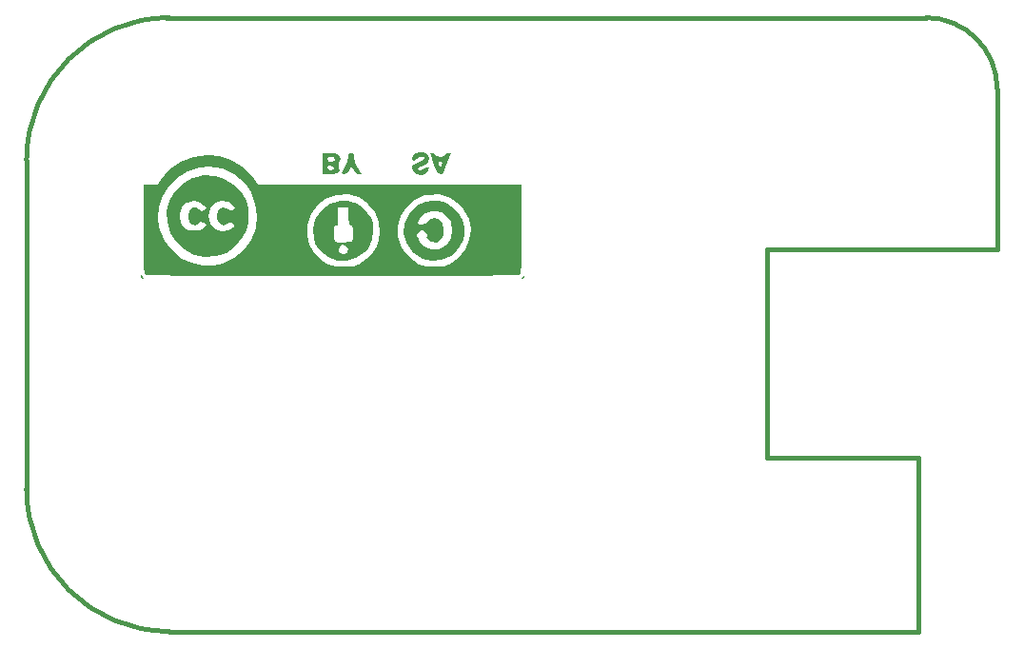
<source format=gbo>
G04 (created by PCBNEW (25-Oct-2014 BZR 4029)-stable) date Wed 18 Mar 2015 08:41:43 PM EET*
%MOIN*%
G04 Gerber Fmt 3.4, Leading zero omitted, Abs format*
%FSLAX34Y34*%
G01*
G70*
G90*
G04 APERTURE LIST*
%ADD10C,0.00590551*%
%ADD11C,0.015*%
%ADD12C,0.0001*%
%ADD13R,0.08X0.08*%
%ADD14C,0.08*%
%ADD15C,0.2*%
%ADD16R,0.085X0.085*%
%ADD17C,0.0712*%
%ADD18R,0.1X0.1*%
%ADD19C,0.1*%
G04 APERTURE END LIST*
G54D10*
G54D11*
X29174Y0D02*
X5262Y0D01*
X9200Y-21500D02*
X9250Y-21500D01*
X5066Y-21500D02*
X28651Y-21500D01*
X31250Y-15400D02*
X25950Y-15400D01*
X31250Y-21500D02*
X28500Y-21500D01*
X31250Y-21500D02*
X31250Y-15450D01*
X5250Y0D02*
X4900Y0D01*
X25200Y0D02*
X27250Y0D01*
X27250Y-21500D02*
X25250Y-21500D01*
X5000Y-21500D02*
X5250Y-21500D01*
X27250Y-21500D02*
X28500Y-21500D01*
X27250Y0D02*
X28500Y0D01*
X25950Y-8100D02*
X25950Y-15400D01*
X34000Y-8100D02*
X25950Y-8100D01*
X34000Y-7900D02*
X34000Y-8100D01*
X28400Y0D02*
X31500Y0D01*
X0Y-5000D02*
X0Y-16500D01*
X34000Y-2500D02*
X34000Y-7950D01*
X34000Y-2500D02*
G75*
G03X31500Y0I-2500J0D01*
G74*
G01*
X0Y-16500D02*
G75*
G03X5000Y-21500I5000J0D01*
G74*
G01*
X5000Y0D02*
G75*
G03X0Y-5000I0J-5000D01*
G74*
G01*
G54D12*
G36*
X13727Y-4721D02*
X13575Y-4792D01*
X13497Y-4925D01*
X13506Y-4978D01*
X13579Y-5003D01*
X13667Y-4949D01*
X13738Y-4888D01*
X13878Y-4872D01*
X13921Y-4887D01*
X13926Y-4950D01*
X13845Y-5014D01*
X13778Y-5041D01*
X13622Y-5110D01*
X13547Y-5164D01*
X13517Y-5225D01*
X13513Y-5248D01*
X13545Y-5383D01*
X13658Y-5471D01*
X13810Y-5502D01*
X13960Y-5467D01*
X14066Y-5356D01*
X14084Y-5315D01*
X14094Y-5252D01*
X14019Y-5243D01*
X13989Y-5246D01*
X13915Y-5293D01*
X13875Y-5326D01*
X13768Y-5343D01*
X13689Y-5313D01*
X13687Y-5310D01*
X13723Y-5247D01*
X13891Y-5182D01*
X13977Y-5150D01*
X14070Y-5093D01*
X14086Y-5070D01*
X14106Y-4925D01*
X14022Y-4786D01*
X13903Y-4725D01*
X13727Y-4721D01*
X13727Y-4721D01*
G37*
G36*
X14221Y-4743D02*
X14181Y-4743D01*
X14152Y-4760D01*
X14157Y-4819D01*
X14201Y-4949D01*
X14286Y-5176D01*
X14318Y-5258D01*
X14378Y-5394D01*
X14428Y-5452D01*
X14495Y-5470D01*
X14532Y-5472D01*
X14597Y-5446D01*
X14646Y-5336D01*
X14648Y-5331D01*
X14708Y-5164D01*
X14781Y-4968D01*
X14867Y-4743D01*
X14771Y-4743D01*
X14730Y-4746D01*
X14653Y-4809D01*
X14610Y-4862D01*
X14489Y-4876D01*
X14489Y-5043D01*
X14514Y-5043D01*
X14565Y-5071D01*
X14526Y-5168D01*
X14484Y-5243D01*
X14443Y-5133D01*
X14427Y-5056D01*
X14489Y-5043D01*
X14489Y-4876D01*
X14488Y-4876D01*
X14371Y-4864D01*
X14327Y-4809D01*
X14317Y-4786D01*
X14221Y-4743D01*
X14221Y-4743D01*
G37*
G36*
X11370Y-4743D02*
X11320Y-4745D01*
X11277Y-4779D01*
X11270Y-4897D01*
X11245Y-5058D01*
X11153Y-5243D01*
X11143Y-5260D01*
X11067Y-5391D01*
X11037Y-5456D01*
X11045Y-5464D01*
X11128Y-5476D01*
X11215Y-5450D01*
X11298Y-5339D01*
X11376Y-5201D01*
X11458Y-5339D01*
X11464Y-5348D01*
X11546Y-5451D01*
X11641Y-5476D01*
X11742Y-5476D01*
X11676Y-5368D01*
X11635Y-5300D01*
X11540Y-5143D01*
X11514Y-5091D01*
X11470Y-4884D01*
X11469Y-4826D01*
X11448Y-4755D01*
X11370Y-4743D01*
X11370Y-4743D01*
G37*
G36*
X10371Y-4743D02*
X10371Y-5476D01*
X10616Y-5476D01*
X10738Y-5474D01*
X10855Y-5455D01*
X10921Y-5408D01*
X10964Y-5339D01*
X10944Y-5235D01*
X10921Y-5151D01*
X10954Y-5076D01*
X11001Y-4948D01*
X10937Y-4809D01*
X10897Y-4778D01*
X10799Y-4750D01*
X10649Y-4744D01*
X10649Y-4876D01*
X10670Y-4876D01*
X10777Y-4899D01*
X10803Y-4982D01*
X10779Y-5029D01*
X10671Y-5043D01*
X10641Y-5043D01*
X10612Y-5037D01*
X10612Y-5179D01*
X10730Y-5201D01*
X10770Y-5279D01*
X10752Y-5326D01*
X10654Y-5343D01*
X10558Y-5329D01*
X10537Y-5259D01*
X10544Y-5209D01*
X10612Y-5179D01*
X10612Y-5037D01*
X10555Y-5026D01*
X10537Y-4959D01*
X10555Y-4892D01*
X10649Y-4876D01*
X10649Y-4744D01*
X10621Y-4743D01*
X10371Y-4743D01*
X10371Y-4743D01*
G37*
G36*
X6304Y-4817D02*
X5832Y-4885D01*
X5390Y-5058D01*
X5006Y-5325D01*
X4705Y-5675D01*
X4597Y-5843D01*
X4104Y-5843D01*
X4104Y-7381D01*
X4104Y-7608D01*
X4105Y-8051D01*
X4107Y-8385D01*
X4112Y-8626D01*
X4118Y-8789D01*
X4128Y-8892D01*
X4142Y-8950D01*
X4159Y-8981D01*
X4164Y-8986D01*
X4182Y-8995D01*
X4215Y-9003D01*
X4272Y-9011D01*
X4360Y-9017D01*
X4487Y-9023D01*
X4661Y-9027D01*
X4890Y-9031D01*
X5182Y-9034D01*
X5544Y-9036D01*
X5985Y-9038D01*
X6512Y-9040D01*
X7133Y-9041D01*
X7856Y-9041D01*
X8689Y-9042D01*
X9639Y-9042D01*
X10715Y-9042D01*
X11515Y-9042D01*
X12502Y-9042D01*
X13369Y-9041D01*
X14124Y-9041D01*
X14774Y-9040D01*
X15329Y-9038D01*
X15794Y-9036D01*
X16178Y-9034D01*
X16490Y-9031D01*
X16736Y-9027D01*
X16924Y-9022D01*
X17063Y-9017D01*
X17160Y-9011D01*
X17222Y-9004D01*
X17258Y-8996D01*
X17276Y-8987D01*
X17292Y-8967D01*
X17308Y-8927D01*
X17319Y-8852D01*
X17327Y-8727D01*
X17332Y-8534D01*
X17335Y-8257D01*
X17336Y-7880D01*
X17337Y-7387D01*
X17337Y-5843D01*
X14475Y-5843D01*
X14475Y-6197D01*
X14852Y-6319D01*
X15184Y-6562D01*
X15308Y-6705D01*
X15488Y-7044D01*
X15557Y-7410D01*
X15520Y-7777D01*
X15380Y-8120D01*
X15142Y-8414D01*
X14810Y-8636D01*
X14762Y-8658D01*
X14636Y-8702D01*
X14491Y-8721D01*
X14270Y-8725D01*
X14190Y-8725D01*
X13998Y-8717D01*
X13865Y-8691D01*
X13735Y-8638D01*
X13557Y-8530D01*
X13305Y-8299D01*
X13124Y-8035D01*
X13013Y-7693D01*
X13006Y-7313D01*
X13108Y-6951D01*
X13307Y-6635D01*
X13592Y-6385D01*
X13952Y-6228D01*
X14070Y-6203D01*
X14475Y-6197D01*
X14475Y-5843D01*
X11256Y-5843D01*
X11256Y-6189D01*
X11634Y-6298D01*
X11974Y-6533D01*
X11983Y-6542D01*
X12218Y-6829D01*
X12341Y-7155D01*
X12364Y-7550D01*
X12336Y-7793D01*
X12264Y-8011D01*
X12132Y-8222D01*
X11899Y-8465D01*
X11639Y-8638D01*
X11596Y-8658D01*
X11470Y-8701D01*
X11325Y-8721D01*
X11103Y-8725D01*
X11020Y-8725D01*
X10830Y-8717D01*
X10698Y-8691D01*
X10567Y-8637D01*
X10397Y-8542D01*
X10108Y-8283D01*
X9914Y-7962D01*
X9822Y-7606D01*
X9834Y-7238D01*
X9956Y-6882D01*
X10192Y-6565D01*
X10467Y-6351D01*
X10830Y-6214D01*
X10845Y-6210D01*
X11256Y-6189D01*
X11256Y-5843D01*
X8088Y-5843D01*
X7994Y-5695D01*
X7964Y-5651D01*
X7771Y-5430D01*
X7524Y-5213D01*
X7280Y-5050D01*
X7277Y-5048D01*
X7061Y-4953D01*
X6831Y-4877D01*
X6778Y-4864D01*
X6406Y-4827D01*
X6406Y-5218D01*
X6867Y-5292D01*
X7284Y-5491D01*
X7660Y-5818D01*
X7861Y-6101D01*
X8017Y-6504D01*
X8074Y-6942D01*
X8029Y-7381D01*
X7878Y-7787D01*
X7627Y-8130D01*
X7276Y-8421D01*
X6873Y-8611D01*
X6569Y-8671D01*
X6160Y-8673D01*
X5767Y-8595D01*
X5439Y-8444D01*
X5364Y-8390D01*
X5070Y-8122D01*
X4833Y-7811D01*
X4688Y-7501D01*
X4650Y-7336D01*
X4615Y-6978D01*
X4634Y-6643D01*
X4734Y-6302D01*
X4955Y-5925D01*
X5263Y-5606D01*
X5632Y-5371D01*
X6038Y-5244D01*
X6406Y-5218D01*
X6406Y-4827D01*
X6304Y-4817D01*
X6304Y-4817D01*
G37*
G36*
X17433Y-9028D02*
X17407Y-9037D01*
X17332Y-9112D01*
X17313Y-9128D01*
X17362Y-9141D01*
X17399Y-9137D01*
X17436Y-9067D01*
X17433Y-9028D01*
X17433Y-9028D01*
G37*
G36*
X4011Y-9017D02*
X4004Y-9075D01*
X4006Y-9095D01*
X4071Y-9142D01*
X4120Y-9134D01*
X4079Y-9078D01*
X4058Y-9055D01*
X4011Y-9017D01*
X4011Y-9017D01*
G37*
G36*
X6191Y-5525D02*
X5827Y-5618D01*
X5827Y-6427D01*
X6024Y-6444D01*
X6087Y-6471D01*
X6219Y-6567D01*
X6310Y-6658D01*
X6237Y-6717D01*
X6213Y-6735D01*
X6132Y-6771D01*
X6054Y-6709D01*
X5981Y-6660D01*
X5837Y-6647D01*
X5724Y-6718D01*
X5670Y-6873D01*
X5672Y-7065D01*
X5738Y-7209D01*
X5748Y-7218D01*
X5894Y-7272D01*
X6038Y-7208D01*
X6051Y-7195D01*
X6116Y-7158D01*
X6209Y-7194D01*
X6313Y-7248D01*
X6208Y-7353D01*
X6128Y-7422D01*
X6035Y-7453D01*
X5871Y-7459D01*
X5854Y-7459D01*
X5700Y-7452D01*
X5608Y-7418D01*
X5514Y-7334D01*
X5435Y-7246D01*
X5394Y-7147D01*
X5379Y-6984D01*
X5378Y-6877D01*
X5433Y-6651D01*
X5578Y-6496D01*
X5629Y-6470D01*
X5827Y-6427D01*
X5827Y-5618D01*
X5811Y-5622D01*
X5480Y-5812D01*
X5211Y-6079D01*
X5020Y-6404D01*
X4919Y-6769D01*
X4923Y-7157D01*
X5046Y-7552D01*
X5236Y-7854D01*
X5530Y-8129D01*
X5875Y-8306D01*
X6248Y-8384D01*
X6627Y-8361D01*
X6991Y-8238D01*
X7316Y-8011D01*
X7581Y-7682D01*
X7700Y-7443D01*
X7759Y-7187D01*
X7765Y-6868D01*
X7755Y-6726D01*
X7723Y-6531D01*
X7657Y-6353D01*
X7561Y-6184D01*
X7304Y-5897D01*
X6980Y-5673D01*
X6844Y-5623D01*
X6844Y-6431D01*
X7073Y-6463D01*
X7246Y-6579D01*
X7267Y-6605D01*
X7297Y-6683D01*
X7220Y-6737D01*
X7154Y-6757D01*
X7070Y-6709D01*
X7036Y-6682D01*
X6882Y-6646D01*
X6738Y-6709D01*
X6695Y-6773D01*
X6671Y-6937D01*
X6685Y-7066D01*
X6765Y-7218D01*
X6892Y-7273D01*
X7042Y-7212D01*
X7119Y-7167D01*
X7213Y-7196D01*
X7276Y-7239D01*
X7273Y-7305D01*
X7223Y-7362D01*
X7062Y-7443D01*
X6862Y-7475D01*
X6798Y-7471D01*
X6579Y-7383D01*
X6427Y-7202D01*
X6372Y-6959D01*
X6391Y-6817D01*
X6473Y-6622D01*
X6594Y-6498D01*
X6608Y-6491D01*
X6844Y-6431D01*
X6844Y-5623D01*
X6632Y-5545D01*
X6606Y-5540D01*
X6191Y-5525D01*
X6191Y-5525D01*
G37*
G36*
X14430Y-6415D02*
X14378Y-6416D01*
X14378Y-6785D01*
X14553Y-6829D01*
X14707Y-6936D01*
X14862Y-7159D01*
X14912Y-7459D01*
X14877Y-7712D01*
X14743Y-7948D01*
X14514Y-8094D01*
X14444Y-8115D01*
X14173Y-8128D01*
X13941Y-8033D01*
X13780Y-7842D01*
X13725Y-7738D01*
X13674Y-7654D01*
X13668Y-7618D01*
X13749Y-7513D01*
X13857Y-7408D01*
X13970Y-7525D01*
X14035Y-7602D01*
X14043Y-7642D01*
X14031Y-7643D01*
X14009Y-7690D01*
X14085Y-7793D01*
X14183Y-7859D01*
X14361Y-7871D01*
X14520Y-7769D01*
X14574Y-7695D01*
X14600Y-7600D01*
X14597Y-7437D01*
X14593Y-7373D01*
X14566Y-7223D01*
X14506Y-7129D01*
X14459Y-7087D01*
X14296Y-7023D01*
X14139Y-7048D01*
X14037Y-7158D01*
X14029Y-7177D01*
X13976Y-7230D01*
X13852Y-7242D01*
X13785Y-7241D01*
X13717Y-7224D01*
X13720Y-7167D01*
X13783Y-7036D01*
X13947Y-6862D01*
X13978Y-6843D01*
X14161Y-6792D01*
X14378Y-6785D01*
X14378Y-6416D01*
X14237Y-6418D01*
X13987Y-6447D01*
X13746Y-6540D01*
X13523Y-6721D01*
X13389Y-6881D01*
X13240Y-7204D01*
X13210Y-7548D01*
X13300Y-7887D01*
X13510Y-8196D01*
X13562Y-8247D01*
X13865Y-8447D01*
X14204Y-8532D01*
X14550Y-8499D01*
X14877Y-8345D01*
X14995Y-8248D01*
X15187Y-8019D01*
X15302Y-7781D01*
X15329Y-7626D01*
X15329Y-7346D01*
X15283Y-7098D01*
X15182Y-6904D01*
X14974Y-6674D01*
X14721Y-6502D01*
X14699Y-6492D01*
X14561Y-6436D01*
X14430Y-6415D01*
X14430Y-6415D01*
G37*
G36*
X10991Y-6413D02*
X10654Y-6506D01*
X10364Y-6704D01*
X10132Y-7009D01*
X10073Y-7203D01*
X10049Y-7462D01*
X10063Y-7718D01*
X10118Y-7908D01*
X10281Y-8145D01*
X10557Y-8380D01*
X10874Y-8509D01*
X11210Y-8528D01*
X11541Y-8433D01*
X11843Y-8218D01*
X11975Y-8068D01*
X12111Y-7795D01*
X12152Y-7459D01*
X12152Y-7410D01*
X12134Y-7199D01*
X12079Y-7033D01*
X11954Y-6838D01*
X11735Y-6623D01*
X11495Y-6480D01*
X11349Y-6436D01*
X11267Y-6431D01*
X11267Y-6643D01*
X11277Y-6950D01*
X11281Y-7060D01*
X11292Y-7195D01*
X11315Y-7253D01*
X11362Y-7269D01*
X11373Y-7271D01*
X11416Y-7294D01*
X11433Y-7370D01*
X11437Y-7538D01*
X11437Y-7550D01*
X11425Y-7740D01*
X11397Y-7835D01*
X11387Y-7841D01*
X11279Y-7864D01*
X11110Y-7875D01*
X11080Y-7875D01*
X11080Y-7958D01*
X11201Y-8007D01*
X11265Y-8100D01*
X11235Y-8211D01*
X11205Y-8244D01*
X11088Y-8275D01*
X10977Y-8235D01*
X10939Y-8142D01*
X10962Y-8021D01*
X10969Y-8012D01*
X11080Y-7958D01*
X11080Y-7875D01*
X10938Y-7873D01*
X10823Y-7855D01*
X10795Y-7830D01*
X10775Y-7741D01*
X10770Y-7555D01*
X10770Y-7499D01*
X10775Y-7350D01*
X10794Y-7288D01*
X10837Y-7275D01*
X10860Y-7273D01*
X10889Y-7243D01*
X10901Y-7150D01*
X10903Y-6959D01*
X10903Y-6643D01*
X11267Y-6643D01*
X11267Y-6431D01*
X10991Y-6413D01*
X10991Y-6413D01*
G37*
%LPC*%
G54D13*
X26250Y-2750D03*
G54D14*
X26250Y-3750D03*
X21250Y-2750D03*
X25250Y-3750D03*
X20250Y-2750D03*
X24250Y-3750D03*
X19250Y-2750D03*
X23250Y-3750D03*
X18250Y-2750D03*
X22250Y-3750D03*
X17250Y-2750D03*
X21250Y-3750D03*
X16250Y-2750D03*
X20250Y-3750D03*
X15250Y-2750D03*
X19250Y-3750D03*
X14250Y-2750D03*
X18250Y-3750D03*
X13250Y-2750D03*
X17250Y-3750D03*
X12250Y-2750D03*
X16250Y-3750D03*
X11250Y-2750D03*
X15250Y-3750D03*
X14250Y-3750D03*
X10250Y-2750D03*
X13250Y-3750D03*
X11250Y-3750D03*
X10250Y-3750D03*
X9250Y-3750D03*
X8250Y-3750D03*
X9250Y-2750D03*
X8250Y-2750D03*
X25250Y-2750D03*
X24250Y-2750D03*
X23250Y-2750D03*
X22250Y-2750D03*
X7250Y-2750D03*
X7250Y-3750D03*
X12250Y-3750D03*
X6250Y-2750D03*
X6250Y-3750D03*
X5250Y-2750D03*
X5250Y-3750D03*
X4250Y-2750D03*
X4250Y-3750D03*
G54D13*
X26250Y-17750D03*
G54D14*
X26250Y-18750D03*
X21250Y-17750D03*
X25250Y-18750D03*
X20250Y-17750D03*
X24250Y-18750D03*
X19250Y-17750D03*
X23250Y-18750D03*
X18250Y-17750D03*
X22250Y-18750D03*
X17250Y-17750D03*
X21250Y-18750D03*
X16250Y-17750D03*
X20250Y-18750D03*
X15250Y-17750D03*
X19250Y-18750D03*
X14250Y-17750D03*
X18250Y-18750D03*
X13250Y-17750D03*
X17250Y-18750D03*
X12250Y-17750D03*
X16250Y-18750D03*
X11250Y-17750D03*
X15250Y-18750D03*
X14250Y-18750D03*
X10250Y-17750D03*
X13250Y-18750D03*
X11250Y-18750D03*
X10250Y-18750D03*
X9250Y-18750D03*
X8250Y-18750D03*
X9250Y-17750D03*
X8250Y-17750D03*
X25250Y-17750D03*
X24250Y-17750D03*
X23250Y-17750D03*
X22250Y-17750D03*
X7250Y-17750D03*
X7250Y-18750D03*
X12250Y-18750D03*
X6250Y-17750D03*
X6250Y-18750D03*
X5250Y-17750D03*
X5250Y-18750D03*
X4250Y-17750D03*
X4250Y-18750D03*
G54D13*
X29750Y-4500D03*
G54D14*
X29750Y-5500D03*
X28750Y-4500D03*
X28750Y-5500D03*
X27750Y-4500D03*
X27750Y-5500D03*
G54D13*
X31200Y-1950D03*
G54D14*
X30200Y-1950D03*
X31200Y-950D03*
X30200Y-950D03*
G54D15*
X2250Y-2500D03*
X28250Y-1250D03*
X28250Y-20250D03*
X2250Y-19000D03*
G54D16*
X26250Y-750D03*
G54D17*
X26250Y-1750D03*
X25250Y-750D03*
X25250Y-1750D03*
X24250Y-750D03*
X24250Y-1750D03*
X23250Y-750D03*
X23250Y-1750D03*
X22250Y-750D03*
X22250Y-1750D03*
X21250Y-750D03*
X21250Y-1750D03*
X20250Y-750D03*
X20250Y-1750D03*
X19250Y-750D03*
X19250Y-1750D03*
X18250Y-750D03*
X18250Y-1750D03*
X17250Y-750D03*
X17250Y-1750D03*
X16250Y-750D03*
X16250Y-1750D03*
X15250Y-750D03*
X15250Y-1750D03*
X14250Y-750D03*
X14250Y-1750D03*
X13250Y-750D03*
X13250Y-1750D03*
X12250Y-750D03*
X12250Y-1750D03*
X11250Y-750D03*
X11250Y-1750D03*
X10250Y-750D03*
X10250Y-1750D03*
X9250Y-750D03*
X9250Y-1750D03*
X8250Y-750D03*
X8250Y-1750D03*
X7250Y-750D03*
X7250Y-1750D03*
X6250Y-750D03*
X6250Y-1750D03*
X5250Y-750D03*
X5250Y-1750D03*
X4250Y-750D03*
X4250Y-1750D03*
G54D16*
X26250Y-19750D03*
G54D17*
X26250Y-20750D03*
X25250Y-19750D03*
X25250Y-20750D03*
X24250Y-19750D03*
X24250Y-20750D03*
X23250Y-19750D03*
X23250Y-20750D03*
X22250Y-19750D03*
X22250Y-20750D03*
X21250Y-19750D03*
X21250Y-20750D03*
X20250Y-19750D03*
X20250Y-20750D03*
X19250Y-19750D03*
X19250Y-20750D03*
X18250Y-19750D03*
X18250Y-20750D03*
X17250Y-19750D03*
X17250Y-20750D03*
X16250Y-19750D03*
X16250Y-20750D03*
X15250Y-19750D03*
X15250Y-20750D03*
X14250Y-19750D03*
X14250Y-20750D03*
X13250Y-19750D03*
X13250Y-20750D03*
X12250Y-19750D03*
X12250Y-20750D03*
X11250Y-19750D03*
X11250Y-20750D03*
X10250Y-19750D03*
X10250Y-20750D03*
X9250Y-19750D03*
X9250Y-20750D03*
X8250Y-19750D03*
X8250Y-20750D03*
X7250Y-19750D03*
X7250Y-20750D03*
X6250Y-19750D03*
X6250Y-20750D03*
X5250Y-19750D03*
X5250Y-20750D03*
X4250Y-19750D03*
X4250Y-20750D03*
G54D16*
X31250Y-6500D03*
G54D17*
X31250Y-7500D03*
X30250Y-6500D03*
X30250Y-7500D03*
X29250Y-6500D03*
X29250Y-7500D03*
X28250Y-6500D03*
X28250Y-7500D03*
X27250Y-6500D03*
X27250Y-7500D03*
G54D18*
X10407Y-10639D03*
G54D19*
X10407Y-11639D03*
X9407Y-10639D03*
X9407Y-11639D03*
X8407Y-10639D03*
X8407Y-11639D03*
X7407Y-10639D03*
X7407Y-11639D03*
X6407Y-10639D03*
X6407Y-11639D03*
X5407Y-10639D03*
X5407Y-11639D03*
X4407Y-10639D03*
X4407Y-11639D03*
X3407Y-10639D03*
X3407Y-11639D03*
X2407Y-10639D03*
X2407Y-11639D03*
G54D18*
X23399Y-10639D03*
G54D19*
X23399Y-11639D03*
X22399Y-10639D03*
X22399Y-11639D03*
X21399Y-10639D03*
X21399Y-11639D03*
X20399Y-10639D03*
X20399Y-11639D03*
X19399Y-10639D03*
X19399Y-11639D03*
X18399Y-10639D03*
X18399Y-11639D03*
X17399Y-10639D03*
X17399Y-11639D03*
X16399Y-10639D03*
X16399Y-11639D03*
X15399Y-10639D03*
X15399Y-11639D03*
M02*

</source>
